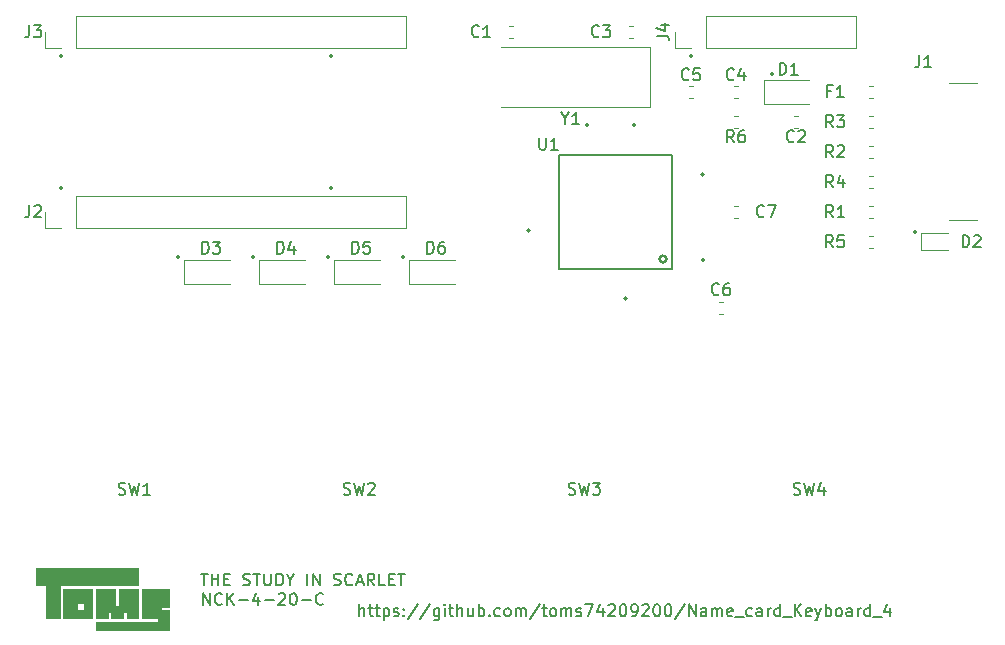
<source format=gbr>
%TF.GenerationSoftware,KiCad,Pcbnew,(5.1.6-0-10_14)*%
%TF.CreationDate,2020-06-18T21:33:12+09:00*%
%TF.ProjectId,name_card_keyboard,6e616d65-5f63-4617-9264-5f6b6579626f,rev?*%
%TF.SameCoordinates,Original*%
%TF.FileFunction,Legend,Top*%
%TF.FilePolarity,Positive*%
%FSLAX46Y46*%
G04 Gerber Fmt 4.6, Leading zero omitted, Abs format (unit mm)*
G04 Created by KiCad (PCBNEW (5.1.6-0-10_14)) date 2020-06-18 21:33:12*
%MOMM*%
%LPD*%
G01*
G04 APERTURE LIST*
%ADD10C,0.200000*%
%ADD11C,0.150000*%
%ADD12C,0.010000*%
%ADD13C,0.120000*%
%ADD14C,0.100000*%
%ADD15C,0.254000*%
%ADD16C,0.203200*%
G04 APERTURE END LIST*
D10*
X170307000Y-86106000D02*
G75*
G03*
X170307000Y-86106000I-127000J0D01*
G01*
X163449000Y-84582000D02*
G75*
G03*
X163449000Y-84582000I-127000J0D01*
G01*
X132969000Y-95758000D02*
G75*
G03*
X132969000Y-95758000I-127000J0D01*
G01*
X110109000Y-95758000D02*
G75*
G03*
X110109000Y-95758000I-127000J0D01*
G01*
X132969000Y-84582000D02*
G75*
G03*
X132969000Y-84582000I-127000J0D01*
G01*
X110109000Y-84582000D02*
G75*
G03*
X110109000Y-84582000I-127000J0D01*
G01*
X139065000Y-101600000D02*
G75*
G03*
X139065000Y-101600000I-127000J0D01*
G01*
X132715000Y-101600000D02*
G75*
G03*
X132715000Y-101600000I-127000J0D01*
G01*
X126365000Y-101600000D02*
G75*
G03*
X126365000Y-101600000I-127000J0D01*
G01*
X120015000Y-101600000D02*
G75*
G03*
X120015000Y-101600000I-127000J0D01*
G01*
X182435500Y-99504500D02*
G75*
G03*
X182435500Y-99504500I-127000J0D01*
G01*
X157924500Y-105156000D02*
G75*
G03*
X157924500Y-105156000I-127000J0D01*
G01*
X149733000Y-99377500D02*
G75*
G03*
X149733000Y-99377500I-127000J0D01*
G01*
X154686000Y-90424000D02*
G75*
G03*
X154686000Y-90424000I-127000J0D01*
G01*
X158623000Y-90424000D02*
G75*
G03*
X158623000Y-90424000I-127000J0D01*
G01*
X164465000Y-94615000D02*
G75*
G03*
X164465000Y-94615000I-127000J0D01*
G01*
D11*
X172021666Y-121689761D02*
X172164523Y-121737380D01*
X172402619Y-121737380D01*
X172497857Y-121689761D01*
X172545476Y-121642142D01*
X172593095Y-121546904D01*
X172593095Y-121451666D01*
X172545476Y-121356428D01*
X172497857Y-121308809D01*
X172402619Y-121261190D01*
X172212142Y-121213571D01*
X172116904Y-121165952D01*
X172069285Y-121118333D01*
X172021666Y-121023095D01*
X172021666Y-120927857D01*
X172069285Y-120832619D01*
X172116904Y-120785000D01*
X172212142Y-120737380D01*
X172450238Y-120737380D01*
X172593095Y-120785000D01*
X172926428Y-120737380D02*
X173164523Y-121737380D01*
X173355000Y-121023095D01*
X173545476Y-121737380D01*
X173783571Y-120737380D01*
X174593095Y-121070714D02*
X174593095Y-121737380D01*
X174355000Y-120689761D02*
X174116904Y-121404047D01*
X174735952Y-121404047D01*
X152971666Y-121689761D02*
X153114523Y-121737380D01*
X153352619Y-121737380D01*
X153447857Y-121689761D01*
X153495476Y-121642142D01*
X153543095Y-121546904D01*
X153543095Y-121451666D01*
X153495476Y-121356428D01*
X153447857Y-121308809D01*
X153352619Y-121261190D01*
X153162142Y-121213571D01*
X153066904Y-121165952D01*
X153019285Y-121118333D01*
X152971666Y-121023095D01*
X152971666Y-120927857D01*
X153019285Y-120832619D01*
X153066904Y-120785000D01*
X153162142Y-120737380D01*
X153400238Y-120737380D01*
X153543095Y-120785000D01*
X153876428Y-120737380D02*
X154114523Y-121737380D01*
X154305000Y-121023095D01*
X154495476Y-121737380D01*
X154733571Y-120737380D01*
X155019285Y-120737380D02*
X155638333Y-120737380D01*
X155305000Y-121118333D01*
X155447857Y-121118333D01*
X155543095Y-121165952D01*
X155590714Y-121213571D01*
X155638333Y-121308809D01*
X155638333Y-121546904D01*
X155590714Y-121642142D01*
X155543095Y-121689761D01*
X155447857Y-121737380D01*
X155162142Y-121737380D01*
X155066904Y-121689761D01*
X155019285Y-121642142D01*
X133921666Y-121689761D02*
X134064523Y-121737380D01*
X134302619Y-121737380D01*
X134397857Y-121689761D01*
X134445476Y-121642142D01*
X134493095Y-121546904D01*
X134493095Y-121451666D01*
X134445476Y-121356428D01*
X134397857Y-121308809D01*
X134302619Y-121261190D01*
X134112142Y-121213571D01*
X134016904Y-121165952D01*
X133969285Y-121118333D01*
X133921666Y-121023095D01*
X133921666Y-120927857D01*
X133969285Y-120832619D01*
X134016904Y-120785000D01*
X134112142Y-120737380D01*
X134350238Y-120737380D01*
X134493095Y-120785000D01*
X134826428Y-120737380D02*
X135064523Y-121737380D01*
X135255000Y-121023095D01*
X135445476Y-121737380D01*
X135683571Y-120737380D01*
X136016904Y-120832619D02*
X136064523Y-120785000D01*
X136159761Y-120737380D01*
X136397857Y-120737380D01*
X136493095Y-120785000D01*
X136540714Y-120832619D01*
X136588333Y-120927857D01*
X136588333Y-121023095D01*
X136540714Y-121165952D01*
X135969285Y-121737380D01*
X136588333Y-121737380D01*
X114871666Y-121689761D02*
X115014523Y-121737380D01*
X115252619Y-121737380D01*
X115347857Y-121689761D01*
X115395476Y-121642142D01*
X115443095Y-121546904D01*
X115443095Y-121451666D01*
X115395476Y-121356428D01*
X115347857Y-121308809D01*
X115252619Y-121261190D01*
X115062142Y-121213571D01*
X114966904Y-121165952D01*
X114919285Y-121118333D01*
X114871666Y-121023095D01*
X114871666Y-120927857D01*
X114919285Y-120832619D01*
X114966904Y-120785000D01*
X115062142Y-120737380D01*
X115300238Y-120737380D01*
X115443095Y-120785000D01*
X115776428Y-120737380D02*
X116014523Y-121737380D01*
X116205000Y-121023095D01*
X116395476Y-121737380D01*
X116633571Y-120737380D01*
X117538333Y-121737380D02*
X116966904Y-121737380D01*
X117252619Y-121737380D02*
X117252619Y-120737380D01*
X117157380Y-120880238D01*
X117062142Y-120975476D01*
X116966904Y-121023095D01*
X135257809Y-132024380D02*
X135257809Y-131024380D01*
X135686380Y-132024380D02*
X135686380Y-131500571D01*
X135638761Y-131405333D01*
X135543523Y-131357714D01*
X135400666Y-131357714D01*
X135305428Y-131405333D01*
X135257809Y-131452952D01*
X136019714Y-131357714D02*
X136400666Y-131357714D01*
X136162571Y-131024380D02*
X136162571Y-131881523D01*
X136210190Y-131976761D01*
X136305428Y-132024380D01*
X136400666Y-132024380D01*
X136591142Y-131357714D02*
X136972095Y-131357714D01*
X136734000Y-131024380D02*
X136734000Y-131881523D01*
X136781619Y-131976761D01*
X136876857Y-132024380D01*
X136972095Y-132024380D01*
X137305428Y-131357714D02*
X137305428Y-132357714D01*
X137305428Y-131405333D02*
X137400666Y-131357714D01*
X137591142Y-131357714D01*
X137686380Y-131405333D01*
X137734000Y-131452952D01*
X137781619Y-131548190D01*
X137781619Y-131833904D01*
X137734000Y-131929142D01*
X137686380Y-131976761D01*
X137591142Y-132024380D01*
X137400666Y-132024380D01*
X137305428Y-131976761D01*
X138162571Y-131976761D02*
X138257809Y-132024380D01*
X138448285Y-132024380D01*
X138543523Y-131976761D01*
X138591142Y-131881523D01*
X138591142Y-131833904D01*
X138543523Y-131738666D01*
X138448285Y-131691047D01*
X138305428Y-131691047D01*
X138210190Y-131643428D01*
X138162571Y-131548190D01*
X138162571Y-131500571D01*
X138210190Y-131405333D01*
X138305428Y-131357714D01*
X138448285Y-131357714D01*
X138543523Y-131405333D01*
X139019714Y-131929142D02*
X139067333Y-131976761D01*
X139019714Y-132024380D01*
X138972095Y-131976761D01*
X139019714Y-131929142D01*
X139019714Y-132024380D01*
X139019714Y-131405333D02*
X139067333Y-131452952D01*
X139019714Y-131500571D01*
X138972095Y-131452952D01*
X139019714Y-131405333D01*
X139019714Y-131500571D01*
X140210190Y-130976761D02*
X139353047Y-132262476D01*
X141257809Y-130976761D02*
X140400666Y-132262476D01*
X142019714Y-131357714D02*
X142019714Y-132167238D01*
X141972095Y-132262476D01*
X141924476Y-132310095D01*
X141829238Y-132357714D01*
X141686380Y-132357714D01*
X141591142Y-132310095D01*
X142019714Y-131976761D02*
X141924476Y-132024380D01*
X141734000Y-132024380D01*
X141638761Y-131976761D01*
X141591142Y-131929142D01*
X141543523Y-131833904D01*
X141543523Y-131548190D01*
X141591142Y-131452952D01*
X141638761Y-131405333D01*
X141734000Y-131357714D01*
X141924476Y-131357714D01*
X142019714Y-131405333D01*
X142495904Y-132024380D02*
X142495904Y-131357714D01*
X142495904Y-131024380D02*
X142448285Y-131072000D01*
X142495904Y-131119619D01*
X142543523Y-131072000D01*
X142495904Y-131024380D01*
X142495904Y-131119619D01*
X142829238Y-131357714D02*
X143210190Y-131357714D01*
X142972095Y-131024380D02*
X142972095Y-131881523D01*
X143019714Y-131976761D01*
X143114952Y-132024380D01*
X143210190Y-132024380D01*
X143543523Y-132024380D02*
X143543523Y-131024380D01*
X143972095Y-132024380D02*
X143972095Y-131500571D01*
X143924476Y-131405333D01*
X143829238Y-131357714D01*
X143686380Y-131357714D01*
X143591142Y-131405333D01*
X143543523Y-131452952D01*
X144876857Y-131357714D02*
X144876857Y-132024380D01*
X144448285Y-131357714D02*
X144448285Y-131881523D01*
X144495904Y-131976761D01*
X144591142Y-132024380D01*
X144734000Y-132024380D01*
X144829238Y-131976761D01*
X144876857Y-131929142D01*
X145353047Y-132024380D02*
X145353047Y-131024380D01*
X145353047Y-131405333D02*
X145448285Y-131357714D01*
X145638761Y-131357714D01*
X145734000Y-131405333D01*
X145781619Y-131452952D01*
X145829238Y-131548190D01*
X145829238Y-131833904D01*
X145781619Y-131929142D01*
X145734000Y-131976761D01*
X145638761Y-132024380D01*
X145448285Y-132024380D01*
X145353047Y-131976761D01*
X146257809Y-131929142D02*
X146305428Y-131976761D01*
X146257809Y-132024380D01*
X146210190Y-131976761D01*
X146257809Y-131929142D01*
X146257809Y-132024380D01*
X147162571Y-131976761D02*
X147067333Y-132024380D01*
X146876857Y-132024380D01*
X146781619Y-131976761D01*
X146734000Y-131929142D01*
X146686380Y-131833904D01*
X146686380Y-131548190D01*
X146734000Y-131452952D01*
X146781619Y-131405333D01*
X146876857Y-131357714D01*
X147067333Y-131357714D01*
X147162571Y-131405333D01*
X147734000Y-132024380D02*
X147638761Y-131976761D01*
X147591142Y-131929142D01*
X147543523Y-131833904D01*
X147543523Y-131548190D01*
X147591142Y-131452952D01*
X147638761Y-131405333D01*
X147734000Y-131357714D01*
X147876857Y-131357714D01*
X147972095Y-131405333D01*
X148019714Y-131452952D01*
X148067333Y-131548190D01*
X148067333Y-131833904D01*
X148019714Y-131929142D01*
X147972095Y-131976761D01*
X147876857Y-132024380D01*
X147734000Y-132024380D01*
X148495904Y-132024380D02*
X148495904Y-131357714D01*
X148495904Y-131452952D02*
X148543523Y-131405333D01*
X148638761Y-131357714D01*
X148781619Y-131357714D01*
X148876857Y-131405333D01*
X148924476Y-131500571D01*
X148924476Y-132024380D01*
X148924476Y-131500571D02*
X148972095Y-131405333D01*
X149067333Y-131357714D01*
X149210190Y-131357714D01*
X149305428Y-131405333D01*
X149353047Y-131500571D01*
X149353047Y-132024380D01*
X150543523Y-130976761D02*
X149686380Y-132262476D01*
X150734000Y-131357714D02*
X151114952Y-131357714D01*
X150876857Y-131024380D02*
X150876857Y-131881523D01*
X150924476Y-131976761D01*
X151019714Y-132024380D01*
X151114952Y-132024380D01*
X151591142Y-132024380D02*
X151495904Y-131976761D01*
X151448285Y-131929142D01*
X151400666Y-131833904D01*
X151400666Y-131548190D01*
X151448285Y-131452952D01*
X151495904Y-131405333D01*
X151591142Y-131357714D01*
X151734000Y-131357714D01*
X151829238Y-131405333D01*
X151876857Y-131452952D01*
X151924476Y-131548190D01*
X151924476Y-131833904D01*
X151876857Y-131929142D01*
X151829238Y-131976761D01*
X151734000Y-132024380D01*
X151591142Y-132024380D01*
X152353047Y-132024380D02*
X152353047Y-131357714D01*
X152353047Y-131452952D02*
X152400666Y-131405333D01*
X152495904Y-131357714D01*
X152638761Y-131357714D01*
X152734000Y-131405333D01*
X152781619Y-131500571D01*
X152781619Y-132024380D01*
X152781619Y-131500571D02*
X152829238Y-131405333D01*
X152924476Y-131357714D01*
X153067333Y-131357714D01*
X153162571Y-131405333D01*
X153210190Y-131500571D01*
X153210190Y-132024380D01*
X153638761Y-131976761D02*
X153734000Y-132024380D01*
X153924476Y-132024380D01*
X154019714Y-131976761D01*
X154067333Y-131881523D01*
X154067333Y-131833904D01*
X154019714Y-131738666D01*
X153924476Y-131691047D01*
X153781619Y-131691047D01*
X153686380Y-131643428D01*
X153638761Y-131548190D01*
X153638761Y-131500571D01*
X153686380Y-131405333D01*
X153781619Y-131357714D01*
X153924476Y-131357714D01*
X154019714Y-131405333D01*
X154400666Y-131024380D02*
X155067333Y-131024380D01*
X154638761Y-132024380D01*
X155876857Y-131357714D02*
X155876857Y-132024380D01*
X155638761Y-130976761D02*
X155400666Y-131691047D01*
X156019714Y-131691047D01*
X156353047Y-131119619D02*
X156400666Y-131072000D01*
X156495904Y-131024380D01*
X156734000Y-131024380D01*
X156829238Y-131072000D01*
X156876857Y-131119619D01*
X156924476Y-131214857D01*
X156924476Y-131310095D01*
X156876857Y-131452952D01*
X156305428Y-132024380D01*
X156924476Y-132024380D01*
X157543523Y-131024380D02*
X157638761Y-131024380D01*
X157734000Y-131072000D01*
X157781619Y-131119619D01*
X157829238Y-131214857D01*
X157876857Y-131405333D01*
X157876857Y-131643428D01*
X157829238Y-131833904D01*
X157781619Y-131929142D01*
X157734000Y-131976761D01*
X157638761Y-132024380D01*
X157543523Y-132024380D01*
X157448285Y-131976761D01*
X157400666Y-131929142D01*
X157353047Y-131833904D01*
X157305428Y-131643428D01*
X157305428Y-131405333D01*
X157353047Y-131214857D01*
X157400666Y-131119619D01*
X157448285Y-131072000D01*
X157543523Y-131024380D01*
X158353047Y-132024380D02*
X158543523Y-132024380D01*
X158638761Y-131976761D01*
X158686380Y-131929142D01*
X158781619Y-131786285D01*
X158829238Y-131595809D01*
X158829238Y-131214857D01*
X158781619Y-131119619D01*
X158734000Y-131072000D01*
X158638761Y-131024380D01*
X158448285Y-131024380D01*
X158353047Y-131072000D01*
X158305428Y-131119619D01*
X158257809Y-131214857D01*
X158257809Y-131452952D01*
X158305428Y-131548190D01*
X158353047Y-131595809D01*
X158448285Y-131643428D01*
X158638761Y-131643428D01*
X158734000Y-131595809D01*
X158781619Y-131548190D01*
X158829238Y-131452952D01*
X159210190Y-131119619D02*
X159257809Y-131072000D01*
X159353047Y-131024380D01*
X159591142Y-131024380D01*
X159686380Y-131072000D01*
X159734000Y-131119619D01*
X159781619Y-131214857D01*
X159781619Y-131310095D01*
X159734000Y-131452952D01*
X159162571Y-132024380D01*
X159781619Y-132024380D01*
X160400666Y-131024380D02*
X160495904Y-131024380D01*
X160591142Y-131072000D01*
X160638761Y-131119619D01*
X160686380Y-131214857D01*
X160734000Y-131405333D01*
X160734000Y-131643428D01*
X160686380Y-131833904D01*
X160638761Y-131929142D01*
X160591142Y-131976761D01*
X160495904Y-132024380D01*
X160400666Y-132024380D01*
X160305428Y-131976761D01*
X160257809Y-131929142D01*
X160210190Y-131833904D01*
X160162571Y-131643428D01*
X160162571Y-131405333D01*
X160210190Y-131214857D01*
X160257809Y-131119619D01*
X160305428Y-131072000D01*
X160400666Y-131024380D01*
X161353047Y-131024380D02*
X161448285Y-131024380D01*
X161543523Y-131072000D01*
X161591142Y-131119619D01*
X161638761Y-131214857D01*
X161686380Y-131405333D01*
X161686380Y-131643428D01*
X161638761Y-131833904D01*
X161591142Y-131929142D01*
X161543523Y-131976761D01*
X161448285Y-132024380D01*
X161353047Y-132024380D01*
X161257809Y-131976761D01*
X161210190Y-131929142D01*
X161162571Y-131833904D01*
X161114952Y-131643428D01*
X161114952Y-131405333D01*
X161162571Y-131214857D01*
X161210190Y-131119619D01*
X161257809Y-131072000D01*
X161353047Y-131024380D01*
X162829238Y-130976761D02*
X161972095Y-132262476D01*
X163162571Y-132024380D02*
X163162571Y-131024380D01*
X163734000Y-132024380D01*
X163734000Y-131024380D01*
X164638761Y-132024380D02*
X164638761Y-131500571D01*
X164591142Y-131405333D01*
X164495904Y-131357714D01*
X164305428Y-131357714D01*
X164210190Y-131405333D01*
X164638761Y-131976761D02*
X164543523Y-132024380D01*
X164305428Y-132024380D01*
X164210190Y-131976761D01*
X164162571Y-131881523D01*
X164162571Y-131786285D01*
X164210190Y-131691047D01*
X164305428Y-131643428D01*
X164543523Y-131643428D01*
X164638761Y-131595809D01*
X165114952Y-132024380D02*
X165114952Y-131357714D01*
X165114952Y-131452952D02*
X165162571Y-131405333D01*
X165257809Y-131357714D01*
X165400666Y-131357714D01*
X165495904Y-131405333D01*
X165543523Y-131500571D01*
X165543523Y-132024380D01*
X165543523Y-131500571D02*
X165591142Y-131405333D01*
X165686380Y-131357714D01*
X165829238Y-131357714D01*
X165924476Y-131405333D01*
X165972095Y-131500571D01*
X165972095Y-132024380D01*
X166829238Y-131976761D02*
X166734000Y-132024380D01*
X166543523Y-132024380D01*
X166448285Y-131976761D01*
X166400666Y-131881523D01*
X166400666Y-131500571D01*
X166448285Y-131405333D01*
X166543523Y-131357714D01*
X166734000Y-131357714D01*
X166829238Y-131405333D01*
X166876857Y-131500571D01*
X166876857Y-131595809D01*
X166400666Y-131691047D01*
X167067333Y-132119619D02*
X167829238Y-132119619D01*
X168495904Y-131976761D02*
X168400666Y-132024380D01*
X168210190Y-132024380D01*
X168114952Y-131976761D01*
X168067333Y-131929142D01*
X168019714Y-131833904D01*
X168019714Y-131548190D01*
X168067333Y-131452952D01*
X168114952Y-131405333D01*
X168210190Y-131357714D01*
X168400666Y-131357714D01*
X168495904Y-131405333D01*
X169353047Y-132024380D02*
X169353047Y-131500571D01*
X169305428Y-131405333D01*
X169210190Y-131357714D01*
X169019714Y-131357714D01*
X168924476Y-131405333D01*
X169353047Y-131976761D02*
X169257809Y-132024380D01*
X169019714Y-132024380D01*
X168924476Y-131976761D01*
X168876857Y-131881523D01*
X168876857Y-131786285D01*
X168924476Y-131691047D01*
X169019714Y-131643428D01*
X169257809Y-131643428D01*
X169353047Y-131595809D01*
X169829238Y-132024380D02*
X169829238Y-131357714D01*
X169829238Y-131548190D02*
X169876857Y-131452952D01*
X169924476Y-131405333D01*
X170019714Y-131357714D01*
X170114952Y-131357714D01*
X170876857Y-132024380D02*
X170876857Y-131024380D01*
X170876857Y-131976761D02*
X170781619Y-132024380D01*
X170591142Y-132024380D01*
X170495904Y-131976761D01*
X170448285Y-131929142D01*
X170400666Y-131833904D01*
X170400666Y-131548190D01*
X170448285Y-131452952D01*
X170495904Y-131405333D01*
X170591142Y-131357714D01*
X170781619Y-131357714D01*
X170876857Y-131405333D01*
X171114952Y-132119619D02*
X171876857Y-132119619D01*
X172114952Y-132024380D02*
X172114952Y-131024380D01*
X172686380Y-132024380D02*
X172257809Y-131452952D01*
X172686380Y-131024380D02*
X172114952Y-131595809D01*
X173495904Y-131976761D02*
X173400666Y-132024380D01*
X173210190Y-132024380D01*
X173114952Y-131976761D01*
X173067333Y-131881523D01*
X173067333Y-131500571D01*
X173114952Y-131405333D01*
X173210190Y-131357714D01*
X173400666Y-131357714D01*
X173495904Y-131405333D01*
X173543523Y-131500571D01*
X173543523Y-131595809D01*
X173067333Y-131691047D01*
X173876857Y-131357714D02*
X174114952Y-132024380D01*
X174353047Y-131357714D02*
X174114952Y-132024380D01*
X174019714Y-132262476D01*
X173972095Y-132310095D01*
X173876857Y-132357714D01*
X174734000Y-132024380D02*
X174734000Y-131024380D01*
X174734000Y-131405333D02*
X174829238Y-131357714D01*
X175019714Y-131357714D01*
X175114952Y-131405333D01*
X175162571Y-131452952D01*
X175210190Y-131548190D01*
X175210190Y-131833904D01*
X175162571Y-131929142D01*
X175114952Y-131976761D01*
X175019714Y-132024380D01*
X174829238Y-132024380D01*
X174734000Y-131976761D01*
X175781619Y-132024380D02*
X175686380Y-131976761D01*
X175638761Y-131929142D01*
X175591142Y-131833904D01*
X175591142Y-131548190D01*
X175638761Y-131452952D01*
X175686380Y-131405333D01*
X175781619Y-131357714D01*
X175924476Y-131357714D01*
X176019714Y-131405333D01*
X176067333Y-131452952D01*
X176114952Y-131548190D01*
X176114952Y-131833904D01*
X176067333Y-131929142D01*
X176019714Y-131976761D01*
X175924476Y-132024380D01*
X175781619Y-132024380D01*
X176972095Y-132024380D02*
X176972095Y-131500571D01*
X176924476Y-131405333D01*
X176829238Y-131357714D01*
X176638761Y-131357714D01*
X176543523Y-131405333D01*
X176972095Y-131976761D02*
X176876857Y-132024380D01*
X176638761Y-132024380D01*
X176543523Y-131976761D01*
X176495904Y-131881523D01*
X176495904Y-131786285D01*
X176543523Y-131691047D01*
X176638761Y-131643428D01*
X176876857Y-131643428D01*
X176972095Y-131595809D01*
X177448285Y-132024380D02*
X177448285Y-131357714D01*
X177448285Y-131548190D02*
X177495904Y-131452952D01*
X177543523Y-131405333D01*
X177638761Y-131357714D01*
X177734000Y-131357714D01*
X178495904Y-132024380D02*
X178495904Y-131024380D01*
X178495904Y-131976761D02*
X178400666Y-132024380D01*
X178210190Y-132024380D01*
X178114952Y-131976761D01*
X178067333Y-131929142D01*
X178019714Y-131833904D01*
X178019714Y-131548190D01*
X178067333Y-131452952D01*
X178114952Y-131405333D01*
X178210190Y-131357714D01*
X178400666Y-131357714D01*
X178495904Y-131405333D01*
X178734000Y-132119619D02*
X179495904Y-132119619D01*
X180162571Y-131357714D02*
X180162571Y-132024380D01*
X179924476Y-130976761D02*
X179686380Y-131691047D01*
X180305428Y-131691047D01*
X121858738Y-128421380D02*
X122430166Y-128421380D01*
X122144452Y-129421380D02*
X122144452Y-128421380D01*
X122763500Y-129421380D02*
X122763500Y-128421380D01*
X122763500Y-128897571D02*
X123334928Y-128897571D01*
X123334928Y-129421380D02*
X123334928Y-128421380D01*
X123811119Y-128897571D02*
X124144452Y-128897571D01*
X124287309Y-129421380D02*
X123811119Y-129421380D01*
X123811119Y-128421380D01*
X124287309Y-128421380D01*
X125430166Y-129373761D02*
X125573023Y-129421380D01*
X125811119Y-129421380D01*
X125906357Y-129373761D01*
X125953976Y-129326142D01*
X126001595Y-129230904D01*
X126001595Y-129135666D01*
X125953976Y-129040428D01*
X125906357Y-128992809D01*
X125811119Y-128945190D01*
X125620642Y-128897571D01*
X125525404Y-128849952D01*
X125477785Y-128802333D01*
X125430166Y-128707095D01*
X125430166Y-128611857D01*
X125477785Y-128516619D01*
X125525404Y-128469000D01*
X125620642Y-128421380D01*
X125858738Y-128421380D01*
X126001595Y-128469000D01*
X126287309Y-128421380D02*
X126858738Y-128421380D01*
X126573023Y-129421380D02*
X126573023Y-128421380D01*
X127192071Y-128421380D02*
X127192071Y-129230904D01*
X127239690Y-129326142D01*
X127287309Y-129373761D01*
X127382547Y-129421380D01*
X127573023Y-129421380D01*
X127668261Y-129373761D01*
X127715880Y-129326142D01*
X127763500Y-129230904D01*
X127763500Y-128421380D01*
X128239690Y-129421380D02*
X128239690Y-128421380D01*
X128477785Y-128421380D01*
X128620642Y-128469000D01*
X128715880Y-128564238D01*
X128763500Y-128659476D01*
X128811119Y-128849952D01*
X128811119Y-128992809D01*
X128763500Y-129183285D01*
X128715880Y-129278523D01*
X128620642Y-129373761D01*
X128477785Y-129421380D01*
X128239690Y-129421380D01*
X129430166Y-128945190D02*
X129430166Y-129421380D01*
X129096833Y-128421380D02*
X129430166Y-128945190D01*
X129763500Y-128421380D01*
X130858738Y-129421380D02*
X130858738Y-128421380D01*
X131334928Y-129421380D02*
X131334928Y-128421380D01*
X131906357Y-129421380D01*
X131906357Y-128421380D01*
X133096833Y-129373761D02*
X133239690Y-129421380D01*
X133477785Y-129421380D01*
X133573023Y-129373761D01*
X133620642Y-129326142D01*
X133668261Y-129230904D01*
X133668261Y-129135666D01*
X133620642Y-129040428D01*
X133573023Y-128992809D01*
X133477785Y-128945190D01*
X133287309Y-128897571D01*
X133192071Y-128849952D01*
X133144452Y-128802333D01*
X133096833Y-128707095D01*
X133096833Y-128611857D01*
X133144452Y-128516619D01*
X133192071Y-128469000D01*
X133287309Y-128421380D01*
X133525404Y-128421380D01*
X133668261Y-128469000D01*
X134668261Y-129326142D02*
X134620642Y-129373761D01*
X134477785Y-129421380D01*
X134382547Y-129421380D01*
X134239690Y-129373761D01*
X134144452Y-129278523D01*
X134096833Y-129183285D01*
X134049214Y-128992809D01*
X134049214Y-128849952D01*
X134096833Y-128659476D01*
X134144452Y-128564238D01*
X134239690Y-128469000D01*
X134382547Y-128421380D01*
X134477785Y-128421380D01*
X134620642Y-128469000D01*
X134668261Y-128516619D01*
X135049214Y-129135666D02*
X135525404Y-129135666D01*
X134953976Y-129421380D02*
X135287309Y-128421380D01*
X135620642Y-129421380D01*
X136525404Y-129421380D02*
X136192071Y-128945190D01*
X135953976Y-129421380D02*
X135953976Y-128421380D01*
X136334928Y-128421380D01*
X136430166Y-128469000D01*
X136477785Y-128516619D01*
X136525404Y-128611857D01*
X136525404Y-128754714D01*
X136477785Y-128849952D01*
X136430166Y-128897571D01*
X136334928Y-128945190D01*
X135953976Y-128945190D01*
X137430166Y-129421380D02*
X136953976Y-129421380D01*
X136953976Y-128421380D01*
X137763500Y-128897571D02*
X138096833Y-128897571D01*
X138239690Y-129421380D02*
X137763500Y-129421380D01*
X137763500Y-128421380D01*
X138239690Y-128421380D01*
X138525404Y-128421380D02*
X139096833Y-128421380D01*
X138811119Y-129421380D02*
X138811119Y-128421380D01*
X122001595Y-131071380D02*
X122001595Y-130071380D01*
X122573023Y-131071380D01*
X122573023Y-130071380D01*
X123620642Y-130976142D02*
X123573023Y-131023761D01*
X123430166Y-131071380D01*
X123334928Y-131071380D01*
X123192071Y-131023761D01*
X123096833Y-130928523D01*
X123049214Y-130833285D01*
X123001595Y-130642809D01*
X123001595Y-130499952D01*
X123049214Y-130309476D01*
X123096833Y-130214238D01*
X123192071Y-130119000D01*
X123334928Y-130071380D01*
X123430166Y-130071380D01*
X123573023Y-130119000D01*
X123620642Y-130166619D01*
X124049214Y-131071380D02*
X124049214Y-130071380D01*
X124620642Y-131071380D02*
X124192071Y-130499952D01*
X124620642Y-130071380D02*
X124049214Y-130642809D01*
X125049214Y-130690428D02*
X125811119Y-130690428D01*
X126715880Y-130404714D02*
X126715880Y-131071380D01*
X126477785Y-130023761D02*
X126239690Y-130738047D01*
X126858738Y-130738047D01*
X127239690Y-130690428D02*
X128001595Y-130690428D01*
X128430166Y-130166619D02*
X128477785Y-130119000D01*
X128573023Y-130071380D01*
X128811119Y-130071380D01*
X128906357Y-130119000D01*
X128953976Y-130166619D01*
X129001595Y-130261857D01*
X129001595Y-130357095D01*
X128953976Y-130499952D01*
X128382547Y-131071380D01*
X129001595Y-131071380D01*
X129620642Y-130071380D02*
X129715880Y-130071380D01*
X129811119Y-130119000D01*
X129858738Y-130166619D01*
X129906357Y-130261857D01*
X129953976Y-130452333D01*
X129953976Y-130690428D01*
X129906357Y-130880904D01*
X129858738Y-130976142D01*
X129811119Y-131023761D01*
X129715880Y-131071380D01*
X129620642Y-131071380D01*
X129525404Y-131023761D01*
X129477785Y-130976142D01*
X129430166Y-130880904D01*
X129382547Y-130690428D01*
X129382547Y-130452333D01*
X129430166Y-130261857D01*
X129477785Y-130166619D01*
X129525404Y-130119000D01*
X129620642Y-130071380D01*
X130382547Y-130690428D02*
X131144452Y-130690428D01*
X132192071Y-130976142D02*
X132144452Y-131023761D01*
X132001595Y-131071380D01*
X131906357Y-131071380D01*
X131763500Y-131023761D01*
X131668261Y-130928523D01*
X131620642Y-130833285D01*
X131573023Y-130642809D01*
X131573023Y-130499952D01*
X131620642Y-130309476D01*
X131668261Y-130214238D01*
X131763500Y-130119000D01*
X131906357Y-130071380D01*
X132001595Y-130071380D01*
X132144452Y-130119000D01*
X132192071Y-130166619D01*
D10*
X164465000Y-101854000D02*
G75*
G03*
X164465000Y-101854000I-127000J0D01*
G01*
D12*
%TO.C,G\u002A\u002A\u002A*%
G36*
X114595031Y-131204677D02*
G01*
X114919370Y-131204677D01*
X114919370Y-129743200D01*
X116548877Y-129743200D01*
X116548877Y-132177693D01*
X115570000Y-132177693D01*
X115570000Y-131695093D01*
X115245662Y-131695093D01*
X115245662Y-132177693D01*
X114268739Y-132177693D01*
X114268739Y-131695093D01*
X113944400Y-131695093D01*
X113944400Y-132177693D01*
X112969431Y-132177693D01*
X112969431Y-129743200D01*
X114595031Y-129743200D01*
X114595031Y-131204677D01*
G37*
X114595031Y-131204677D02*
X114919370Y-131204677D01*
X114919370Y-129743200D01*
X116548877Y-129743200D01*
X116548877Y-132177693D01*
X115570000Y-132177693D01*
X115570000Y-131695093D01*
X115245662Y-131695093D01*
X115245662Y-132177693D01*
X114268739Y-132177693D01*
X114268739Y-131695093D01*
X113944400Y-131695093D01*
X113944400Y-132177693D01*
X112969431Y-132177693D01*
X112969431Y-129743200D01*
X114595031Y-129743200D01*
X114595031Y-131204677D01*
G36*
X112645093Y-132177693D02*
G01*
X110202785Y-132177693D01*
X110202785Y-130880339D01*
X111337970Y-130880339D01*
X111337970Y-131530970D01*
X111988600Y-131530970D01*
X111988600Y-130880339D01*
X111337970Y-130880339D01*
X110202785Y-130880339D01*
X110202785Y-129743200D01*
X112645093Y-129743200D01*
X112645093Y-132177693D01*
G37*
X112645093Y-132177693D02*
X110202785Y-132177693D01*
X110202785Y-130880339D01*
X111337970Y-130880339D01*
X111337970Y-131530970D01*
X111988600Y-131530970D01*
X111988600Y-130880339D01*
X111337970Y-130880339D01*
X110202785Y-130880339D01*
X110202785Y-129743200D01*
X112645093Y-129743200D01*
X112645093Y-132177693D01*
G36*
X116548877Y-129418862D02*
G01*
X109876493Y-129418862D01*
X109876493Y-132177693D01*
X108737400Y-132177693D01*
X108737400Y-129418862D01*
X107922647Y-129418862D01*
X107922647Y-127953477D01*
X116548877Y-127953477D01*
X116548877Y-129418862D01*
G37*
X116548877Y-129418862D02*
X109876493Y-129418862D01*
X109876493Y-132177693D01*
X108737400Y-132177693D01*
X108737400Y-129418862D01*
X107922647Y-129418862D01*
X107922647Y-127953477D01*
X116548877Y-127953477D01*
X116548877Y-129418862D01*
G36*
X119153354Y-131206631D02*
G01*
X118502723Y-131206631D01*
X118502723Y-131530970D01*
X119153354Y-131530970D01*
X119153354Y-133160477D01*
X112965523Y-133160477D01*
X112965523Y-132507893D01*
X118176431Y-132507893D01*
X118176431Y-132183554D01*
X116873216Y-132183554D01*
X116873216Y-129739293D01*
X119153354Y-129739293D01*
X119153354Y-131206631D01*
G37*
X119153354Y-131206631D02*
X118502723Y-131206631D01*
X118502723Y-131530970D01*
X119153354Y-131530970D01*
X119153354Y-133160477D01*
X112965523Y-133160477D01*
X112965523Y-132507893D01*
X118176431Y-132507893D01*
X118176431Y-132183554D01*
X116873216Y-132183554D01*
X116873216Y-129739293D01*
X119153354Y-129739293D01*
X119153354Y-131206631D01*
D13*
%TO.C,J3*%
X108652000Y-83880000D02*
X108652000Y-82550000D01*
X109982000Y-83880000D02*
X108652000Y-83880000D01*
X111252000Y-83880000D02*
X111252000Y-81220000D01*
X111252000Y-81220000D02*
X139252000Y-81220000D01*
X111252000Y-83880000D02*
X139252000Y-83880000D01*
X139252000Y-83880000D02*
X139252000Y-81220000D01*
D14*
%TO.C,J1*%
X185177000Y-86910000D02*
X187577000Y-86910000D01*
X185177000Y-98510000D02*
X187577000Y-98510000D01*
D13*
%TO.C,R4*%
X178399221Y-95760000D02*
X178724779Y-95760000D01*
X178399221Y-94740000D02*
X178724779Y-94740000D01*
%TO.C,R2*%
X178399221Y-93220000D02*
X178724779Y-93220000D01*
X178399221Y-92200000D02*
X178724779Y-92200000D01*
D15*
%TO.C,U1*%
X161254700Y-101790000D02*
G75*
G03*
X161254700Y-101790000I-282700J0D01*
G01*
D16*
X161772000Y-92990000D02*
X161772000Y-102590000D01*
X152172000Y-92990000D02*
X161772000Y-92990000D01*
X152172000Y-102590000D02*
X152172000Y-92990000D01*
X161772000Y-102590000D02*
X152172000Y-102590000D01*
D13*
%TO.C,C1*%
X147919221Y-83060000D02*
X148244779Y-83060000D01*
X147919221Y-82040000D02*
X148244779Y-82040000D01*
%TO.C,C2*%
X172049221Y-90680000D02*
X172374779Y-90680000D01*
X172049221Y-89660000D02*
X172374779Y-89660000D01*
%TO.C,C3*%
X158079221Y-83060000D02*
X158404779Y-83060000D01*
X158079221Y-82040000D02*
X158404779Y-82040000D01*
%TO.C,C4*%
X166969221Y-88140000D02*
X167294779Y-88140000D01*
X166969221Y-87120000D02*
X167294779Y-87120000D01*
%TO.C,C5*%
X163159221Y-88140000D02*
X163484779Y-88140000D01*
X163159221Y-87120000D02*
X163484779Y-87120000D01*
%TO.C,C6*%
X165699221Y-106428000D02*
X166024779Y-106428000D01*
X165699221Y-105408000D02*
X166024779Y-105408000D01*
%TO.C,C7*%
X166969221Y-98300000D02*
X167294779Y-98300000D01*
X166969221Y-97280000D02*
X167294779Y-97280000D01*
%TO.C,D1*%
X169504000Y-86630000D02*
X173354000Y-86630000D01*
X169504000Y-88630000D02*
X173354000Y-88630000D01*
X169504000Y-86630000D02*
X169504000Y-88630000D01*
%TO.C,D2*%
X185077000Y-99595000D02*
X182792000Y-99595000D01*
X182792000Y-99595000D02*
X182792000Y-101065000D01*
X182792000Y-101065000D02*
X185077000Y-101065000D01*
%TO.C,D3*%
X120432000Y-101870000D02*
X124332000Y-101870000D01*
X120432000Y-103870000D02*
X124332000Y-103870000D01*
X120432000Y-101870000D02*
X120432000Y-103870000D01*
%TO.C,D4*%
X126782000Y-101870000D02*
X130682000Y-101870000D01*
X126782000Y-103870000D02*
X130682000Y-103870000D01*
X126782000Y-101870000D02*
X126782000Y-103870000D01*
%TO.C,D5*%
X133132000Y-101870000D02*
X137032000Y-101870000D01*
X133132000Y-103870000D02*
X137032000Y-103870000D01*
X133132000Y-101870000D02*
X133132000Y-103870000D01*
%TO.C,D6*%
X139482000Y-101870000D02*
X143382000Y-101870000D01*
X139482000Y-103870000D02*
X143382000Y-103870000D01*
X139482000Y-101870000D02*
X139482000Y-103870000D01*
%TO.C,F1*%
X178399221Y-88140000D02*
X178724779Y-88140000D01*
X178399221Y-87120000D02*
X178724779Y-87120000D01*
%TO.C,J2*%
X108652000Y-99120000D02*
X108652000Y-97790000D01*
X109982000Y-99120000D02*
X108652000Y-99120000D01*
X111252000Y-99120000D02*
X111252000Y-96460000D01*
X111252000Y-96460000D02*
X139252000Y-96460000D01*
X111252000Y-99120000D02*
X139252000Y-99120000D01*
X139252000Y-99120000D02*
X139252000Y-96460000D01*
%TO.C,J4*%
X161992000Y-83880000D02*
X161992000Y-82550000D01*
X163322000Y-83880000D02*
X161992000Y-83880000D01*
X164592000Y-83880000D02*
X164592000Y-81220000D01*
X164592000Y-81220000D02*
X177352000Y-81220000D01*
X164592000Y-83880000D02*
X177352000Y-83880000D01*
X177352000Y-83880000D02*
X177352000Y-81220000D01*
%TO.C,R1*%
X178399221Y-98300000D02*
X178724779Y-98300000D01*
X178399221Y-97280000D02*
X178724779Y-97280000D01*
%TO.C,R3*%
X178399221Y-90680000D02*
X178724779Y-90680000D01*
X178399221Y-89660000D02*
X178724779Y-89660000D01*
%TO.C,R5*%
X178399221Y-100840000D02*
X178724779Y-100840000D01*
X178399221Y-99820000D02*
X178724779Y-99820000D01*
%TO.C,R6*%
X166969221Y-90680000D02*
X167294779Y-90680000D01*
X166969221Y-89660000D02*
X167294779Y-89660000D01*
%TO.C,Y1*%
X159862000Y-83810000D02*
X147262000Y-83810000D01*
X159862000Y-88910000D02*
X159862000Y-83810000D01*
X147262000Y-88910000D02*
X159862000Y-88910000D01*
%TO.C,J3*%
D11*
X107318666Y-82002380D02*
X107318666Y-82716666D01*
X107271047Y-82859523D01*
X107175809Y-82954761D01*
X107032952Y-83002380D01*
X106937714Y-83002380D01*
X107699619Y-82002380D02*
X108318666Y-82002380D01*
X107985333Y-82383333D01*
X108128190Y-82383333D01*
X108223428Y-82430952D01*
X108271047Y-82478571D01*
X108318666Y-82573809D01*
X108318666Y-82811904D01*
X108271047Y-82907142D01*
X108223428Y-82954761D01*
X108128190Y-83002380D01*
X107842476Y-83002380D01*
X107747238Y-82954761D01*
X107699619Y-82907142D01*
%TO.C,J1*%
X182673666Y-84542380D02*
X182673666Y-85256666D01*
X182626047Y-85399523D01*
X182530809Y-85494761D01*
X182387952Y-85542380D01*
X182292714Y-85542380D01*
X183673666Y-85542380D02*
X183102238Y-85542380D01*
X183387952Y-85542380D02*
X183387952Y-84542380D01*
X183292714Y-84685238D01*
X183197476Y-84780476D01*
X183102238Y-84828095D01*
%TO.C,R4*%
X175372833Y-95702380D02*
X175039500Y-95226190D01*
X174801404Y-95702380D02*
X174801404Y-94702380D01*
X175182357Y-94702380D01*
X175277595Y-94750000D01*
X175325214Y-94797619D01*
X175372833Y-94892857D01*
X175372833Y-95035714D01*
X175325214Y-95130952D01*
X175277595Y-95178571D01*
X175182357Y-95226190D01*
X174801404Y-95226190D01*
X176229976Y-95035714D02*
X176229976Y-95702380D01*
X175991880Y-94654761D02*
X175753785Y-95369047D01*
X176372833Y-95369047D01*
%TO.C,R2*%
X175372833Y-93162380D02*
X175039500Y-92686190D01*
X174801404Y-93162380D02*
X174801404Y-92162380D01*
X175182357Y-92162380D01*
X175277595Y-92210000D01*
X175325214Y-92257619D01*
X175372833Y-92352857D01*
X175372833Y-92495714D01*
X175325214Y-92590952D01*
X175277595Y-92638571D01*
X175182357Y-92686190D01*
X174801404Y-92686190D01*
X175753785Y-92257619D02*
X175801404Y-92210000D01*
X175896642Y-92162380D01*
X176134738Y-92162380D01*
X176229976Y-92210000D01*
X176277595Y-92257619D01*
X176325214Y-92352857D01*
X176325214Y-92448095D01*
X176277595Y-92590952D01*
X175706166Y-93162380D01*
X176325214Y-93162380D01*
%TO.C,U1*%
X150495095Y-91527380D02*
X150495095Y-92336904D01*
X150542714Y-92432142D01*
X150590333Y-92479761D01*
X150685571Y-92527380D01*
X150876047Y-92527380D01*
X150971285Y-92479761D01*
X151018904Y-92432142D01*
X151066523Y-92336904D01*
X151066523Y-91527380D01*
X152066523Y-92527380D02*
X151495095Y-92527380D01*
X151780809Y-92527380D02*
X151780809Y-91527380D01*
X151685571Y-91670238D01*
X151590333Y-91765476D01*
X151495095Y-91813095D01*
%TO.C,C1*%
X145375333Y-82907142D02*
X145327714Y-82954761D01*
X145184857Y-83002380D01*
X145089619Y-83002380D01*
X144946761Y-82954761D01*
X144851523Y-82859523D01*
X144803904Y-82764285D01*
X144756285Y-82573809D01*
X144756285Y-82430952D01*
X144803904Y-82240476D01*
X144851523Y-82145238D01*
X144946761Y-82050000D01*
X145089619Y-82002380D01*
X145184857Y-82002380D01*
X145327714Y-82050000D01*
X145375333Y-82097619D01*
X146327714Y-83002380D02*
X145756285Y-83002380D01*
X146042000Y-83002380D02*
X146042000Y-82002380D01*
X145946761Y-82145238D01*
X145851523Y-82240476D01*
X145756285Y-82288095D01*
%TO.C,C2*%
X172045333Y-91797142D02*
X171997714Y-91844761D01*
X171854857Y-91892380D01*
X171759619Y-91892380D01*
X171616761Y-91844761D01*
X171521523Y-91749523D01*
X171473904Y-91654285D01*
X171426285Y-91463809D01*
X171426285Y-91320952D01*
X171473904Y-91130476D01*
X171521523Y-91035238D01*
X171616761Y-90940000D01*
X171759619Y-90892380D01*
X171854857Y-90892380D01*
X171997714Y-90940000D01*
X172045333Y-90987619D01*
X172426285Y-90987619D02*
X172473904Y-90940000D01*
X172569142Y-90892380D01*
X172807238Y-90892380D01*
X172902476Y-90940000D01*
X172950095Y-90987619D01*
X172997714Y-91082857D01*
X172997714Y-91178095D01*
X172950095Y-91320952D01*
X172378666Y-91892380D01*
X172997714Y-91892380D01*
%TO.C,C3*%
X155535333Y-82907142D02*
X155487714Y-82954761D01*
X155344857Y-83002380D01*
X155249619Y-83002380D01*
X155106761Y-82954761D01*
X155011523Y-82859523D01*
X154963904Y-82764285D01*
X154916285Y-82573809D01*
X154916285Y-82430952D01*
X154963904Y-82240476D01*
X155011523Y-82145238D01*
X155106761Y-82050000D01*
X155249619Y-82002380D01*
X155344857Y-82002380D01*
X155487714Y-82050000D01*
X155535333Y-82097619D01*
X155868666Y-82002380D02*
X156487714Y-82002380D01*
X156154380Y-82383333D01*
X156297238Y-82383333D01*
X156392476Y-82430952D01*
X156440095Y-82478571D01*
X156487714Y-82573809D01*
X156487714Y-82811904D01*
X156440095Y-82907142D01*
X156392476Y-82954761D01*
X156297238Y-83002380D01*
X156011523Y-83002380D01*
X155916285Y-82954761D01*
X155868666Y-82907142D01*
%TO.C,C4*%
X166965333Y-86557142D02*
X166917714Y-86604761D01*
X166774857Y-86652380D01*
X166679619Y-86652380D01*
X166536761Y-86604761D01*
X166441523Y-86509523D01*
X166393904Y-86414285D01*
X166346285Y-86223809D01*
X166346285Y-86080952D01*
X166393904Y-85890476D01*
X166441523Y-85795238D01*
X166536761Y-85700000D01*
X166679619Y-85652380D01*
X166774857Y-85652380D01*
X166917714Y-85700000D01*
X166965333Y-85747619D01*
X167822476Y-85985714D02*
X167822476Y-86652380D01*
X167584380Y-85604761D02*
X167346285Y-86319047D01*
X167965333Y-86319047D01*
%TO.C,C5*%
X163155333Y-86557142D02*
X163107714Y-86604761D01*
X162964857Y-86652380D01*
X162869619Y-86652380D01*
X162726761Y-86604761D01*
X162631523Y-86509523D01*
X162583904Y-86414285D01*
X162536285Y-86223809D01*
X162536285Y-86080952D01*
X162583904Y-85890476D01*
X162631523Y-85795238D01*
X162726761Y-85700000D01*
X162869619Y-85652380D01*
X162964857Y-85652380D01*
X163107714Y-85700000D01*
X163155333Y-85747619D01*
X164060095Y-85652380D02*
X163583904Y-85652380D01*
X163536285Y-86128571D01*
X163583904Y-86080952D01*
X163679142Y-86033333D01*
X163917238Y-86033333D01*
X164012476Y-86080952D01*
X164060095Y-86128571D01*
X164107714Y-86223809D01*
X164107714Y-86461904D01*
X164060095Y-86557142D01*
X164012476Y-86604761D01*
X163917238Y-86652380D01*
X163679142Y-86652380D01*
X163583904Y-86604761D01*
X163536285Y-86557142D01*
%TO.C,C6*%
X165695333Y-104751142D02*
X165647714Y-104798761D01*
X165504857Y-104846380D01*
X165409619Y-104846380D01*
X165266761Y-104798761D01*
X165171523Y-104703523D01*
X165123904Y-104608285D01*
X165076285Y-104417809D01*
X165076285Y-104274952D01*
X165123904Y-104084476D01*
X165171523Y-103989238D01*
X165266761Y-103894000D01*
X165409619Y-103846380D01*
X165504857Y-103846380D01*
X165647714Y-103894000D01*
X165695333Y-103941619D01*
X166552476Y-103846380D02*
X166362000Y-103846380D01*
X166266761Y-103894000D01*
X166219142Y-103941619D01*
X166123904Y-104084476D01*
X166076285Y-104274952D01*
X166076285Y-104655904D01*
X166123904Y-104751142D01*
X166171523Y-104798761D01*
X166266761Y-104846380D01*
X166457238Y-104846380D01*
X166552476Y-104798761D01*
X166600095Y-104751142D01*
X166647714Y-104655904D01*
X166647714Y-104417809D01*
X166600095Y-104322571D01*
X166552476Y-104274952D01*
X166457238Y-104227333D01*
X166266761Y-104227333D01*
X166171523Y-104274952D01*
X166123904Y-104322571D01*
X166076285Y-104417809D01*
%TO.C,C7*%
X169505333Y-98147142D02*
X169457714Y-98194761D01*
X169314857Y-98242380D01*
X169219619Y-98242380D01*
X169076761Y-98194761D01*
X168981523Y-98099523D01*
X168933904Y-98004285D01*
X168886285Y-97813809D01*
X168886285Y-97670952D01*
X168933904Y-97480476D01*
X168981523Y-97385238D01*
X169076761Y-97290000D01*
X169219619Y-97242380D01*
X169314857Y-97242380D01*
X169457714Y-97290000D01*
X169505333Y-97337619D01*
X169838666Y-97242380D02*
X170505333Y-97242380D01*
X170076761Y-98242380D01*
%TO.C,D1*%
X170838904Y-86177380D02*
X170838904Y-85177380D01*
X171077000Y-85177380D01*
X171219857Y-85225000D01*
X171315095Y-85320238D01*
X171362714Y-85415476D01*
X171410333Y-85605952D01*
X171410333Y-85748809D01*
X171362714Y-85939285D01*
X171315095Y-86034523D01*
X171219857Y-86129761D01*
X171077000Y-86177380D01*
X170838904Y-86177380D01*
X172362714Y-86177380D02*
X171791285Y-86177380D01*
X172077000Y-86177380D02*
X172077000Y-85177380D01*
X171981761Y-85320238D01*
X171886523Y-85415476D01*
X171791285Y-85463095D01*
%TO.C,D2*%
X186332904Y-100782380D02*
X186332904Y-99782380D01*
X186571000Y-99782380D01*
X186713857Y-99830000D01*
X186809095Y-99925238D01*
X186856714Y-100020476D01*
X186904333Y-100210952D01*
X186904333Y-100353809D01*
X186856714Y-100544285D01*
X186809095Y-100639523D01*
X186713857Y-100734761D01*
X186571000Y-100782380D01*
X186332904Y-100782380D01*
X187285285Y-99877619D02*
X187332904Y-99830000D01*
X187428142Y-99782380D01*
X187666238Y-99782380D01*
X187761476Y-99830000D01*
X187809095Y-99877619D01*
X187856714Y-99972857D01*
X187856714Y-100068095D01*
X187809095Y-100210952D01*
X187237666Y-100782380D01*
X187856714Y-100782380D01*
%TO.C,D3*%
X121943904Y-101322380D02*
X121943904Y-100322380D01*
X122182000Y-100322380D01*
X122324857Y-100370000D01*
X122420095Y-100465238D01*
X122467714Y-100560476D01*
X122515333Y-100750952D01*
X122515333Y-100893809D01*
X122467714Y-101084285D01*
X122420095Y-101179523D01*
X122324857Y-101274761D01*
X122182000Y-101322380D01*
X121943904Y-101322380D01*
X122848666Y-100322380D02*
X123467714Y-100322380D01*
X123134380Y-100703333D01*
X123277238Y-100703333D01*
X123372476Y-100750952D01*
X123420095Y-100798571D01*
X123467714Y-100893809D01*
X123467714Y-101131904D01*
X123420095Y-101227142D01*
X123372476Y-101274761D01*
X123277238Y-101322380D01*
X122991523Y-101322380D01*
X122896285Y-101274761D01*
X122848666Y-101227142D01*
%TO.C,D4*%
X128293904Y-101322380D02*
X128293904Y-100322380D01*
X128532000Y-100322380D01*
X128674857Y-100370000D01*
X128770095Y-100465238D01*
X128817714Y-100560476D01*
X128865333Y-100750952D01*
X128865333Y-100893809D01*
X128817714Y-101084285D01*
X128770095Y-101179523D01*
X128674857Y-101274761D01*
X128532000Y-101322380D01*
X128293904Y-101322380D01*
X129722476Y-100655714D02*
X129722476Y-101322380D01*
X129484380Y-100274761D02*
X129246285Y-100989047D01*
X129865333Y-100989047D01*
%TO.C,D5*%
X134643904Y-101322380D02*
X134643904Y-100322380D01*
X134882000Y-100322380D01*
X135024857Y-100370000D01*
X135120095Y-100465238D01*
X135167714Y-100560476D01*
X135215333Y-100750952D01*
X135215333Y-100893809D01*
X135167714Y-101084285D01*
X135120095Y-101179523D01*
X135024857Y-101274761D01*
X134882000Y-101322380D01*
X134643904Y-101322380D01*
X136120095Y-100322380D02*
X135643904Y-100322380D01*
X135596285Y-100798571D01*
X135643904Y-100750952D01*
X135739142Y-100703333D01*
X135977238Y-100703333D01*
X136072476Y-100750952D01*
X136120095Y-100798571D01*
X136167714Y-100893809D01*
X136167714Y-101131904D01*
X136120095Y-101227142D01*
X136072476Y-101274761D01*
X135977238Y-101322380D01*
X135739142Y-101322380D01*
X135643904Y-101274761D01*
X135596285Y-101227142D01*
%TO.C,D6*%
X140993904Y-101322380D02*
X140993904Y-100322380D01*
X141232000Y-100322380D01*
X141374857Y-100370000D01*
X141470095Y-100465238D01*
X141517714Y-100560476D01*
X141565333Y-100750952D01*
X141565333Y-100893809D01*
X141517714Y-101084285D01*
X141470095Y-101179523D01*
X141374857Y-101274761D01*
X141232000Y-101322380D01*
X140993904Y-101322380D01*
X142422476Y-100322380D02*
X142232000Y-100322380D01*
X142136761Y-100370000D01*
X142089142Y-100417619D01*
X141993904Y-100560476D01*
X141946285Y-100750952D01*
X141946285Y-101131904D01*
X141993904Y-101227142D01*
X142041523Y-101274761D01*
X142136761Y-101322380D01*
X142327238Y-101322380D01*
X142422476Y-101274761D01*
X142470095Y-101227142D01*
X142517714Y-101131904D01*
X142517714Y-100893809D01*
X142470095Y-100798571D01*
X142422476Y-100750952D01*
X142327238Y-100703333D01*
X142136761Y-100703333D01*
X142041523Y-100750952D01*
X141993904Y-100798571D01*
X141946285Y-100893809D01*
%TO.C,F1*%
X175206166Y-87558571D02*
X174872833Y-87558571D01*
X174872833Y-88082380D02*
X174872833Y-87082380D01*
X175349023Y-87082380D01*
X176253785Y-88082380D02*
X175682357Y-88082380D01*
X175968071Y-88082380D02*
X175968071Y-87082380D01*
X175872833Y-87225238D01*
X175777595Y-87320476D01*
X175682357Y-87368095D01*
%TO.C,J2*%
X107318666Y-97242380D02*
X107318666Y-97956666D01*
X107271047Y-98099523D01*
X107175809Y-98194761D01*
X107032952Y-98242380D01*
X106937714Y-98242380D01*
X107747238Y-97337619D02*
X107794857Y-97290000D01*
X107890095Y-97242380D01*
X108128190Y-97242380D01*
X108223428Y-97290000D01*
X108271047Y-97337619D01*
X108318666Y-97432857D01*
X108318666Y-97528095D01*
X108271047Y-97670952D01*
X107699619Y-98242380D01*
X108318666Y-98242380D01*
%TO.C,J4*%
X160444380Y-82883333D02*
X161158666Y-82883333D01*
X161301523Y-82930952D01*
X161396761Y-83026190D01*
X161444380Y-83169047D01*
X161444380Y-83264285D01*
X160777714Y-81978571D02*
X161444380Y-81978571D01*
X160396761Y-82216666D02*
X161111047Y-82454761D01*
X161111047Y-81835714D01*
%TO.C,R1*%
X175372833Y-98242380D02*
X175039500Y-97766190D01*
X174801404Y-98242380D02*
X174801404Y-97242380D01*
X175182357Y-97242380D01*
X175277595Y-97290000D01*
X175325214Y-97337619D01*
X175372833Y-97432857D01*
X175372833Y-97575714D01*
X175325214Y-97670952D01*
X175277595Y-97718571D01*
X175182357Y-97766190D01*
X174801404Y-97766190D01*
X176325214Y-98242380D02*
X175753785Y-98242380D01*
X176039500Y-98242380D02*
X176039500Y-97242380D01*
X175944261Y-97385238D01*
X175849023Y-97480476D01*
X175753785Y-97528095D01*
%TO.C,R3*%
X175372833Y-90622380D02*
X175039500Y-90146190D01*
X174801404Y-90622380D02*
X174801404Y-89622380D01*
X175182357Y-89622380D01*
X175277595Y-89670000D01*
X175325214Y-89717619D01*
X175372833Y-89812857D01*
X175372833Y-89955714D01*
X175325214Y-90050952D01*
X175277595Y-90098571D01*
X175182357Y-90146190D01*
X174801404Y-90146190D01*
X175706166Y-89622380D02*
X176325214Y-89622380D01*
X175991880Y-90003333D01*
X176134738Y-90003333D01*
X176229976Y-90050952D01*
X176277595Y-90098571D01*
X176325214Y-90193809D01*
X176325214Y-90431904D01*
X176277595Y-90527142D01*
X176229976Y-90574761D01*
X176134738Y-90622380D01*
X175849023Y-90622380D01*
X175753785Y-90574761D01*
X175706166Y-90527142D01*
%TO.C,R5*%
X175347333Y-100782380D02*
X175014000Y-100306190D01*
X174775904Y-100782380D02*
X174775904Y-99782380D01*
X175156857Y-99782380D01*
X175252095Y-99830000D01*
X175299714Y-99877619D01*
X175347333Y-99972857D01*
X175347333Y-100115714D01*
X175299714Y-100210952D01*
X175252095Y-100258571D01*
X175156857Y-100306190D01*
X174775904Y-100306190D01*
X176252095Y-99782380D02*
X175775904Y-99782380D01*
X175728285Y-100258571D01*
X175775904Y-100210952D01*
X175871142Y-100163333D01*
X176109238Y-100163333D01*
X176204476Y-100210952D01*
X176252095Y-100258571D01*
X176299714Y-100353809D01*
X176299714Y-100591904D01*
X176252095Y-100687142D01*
X176204476Y-100734761D01*
X176109238Y-100782380D01*
X175871142Y-100782380D01*
X175775904Y-100734761D01*
X175728285Y-100687142D01*
%TO.C,R6*%
X166965333Y-91892380D02*
X166632000Y-91416190D01*
X166393904Y-91892380D02*
X166393904Y-90892380D01*
X166774857Y-90892380D01*
X166870095Y-90940000D01*
X166917714Y-90987619D01*
X166965333Y-91082857D01*
X166965333Y-91225714D01*
X166917714Y-91320952D01*
X166870095Y-91368571D01*
X166774857Y-91416190D01*
X166393904Y-91416190D01*
X167822476Y-90892380D02*
X167632000Y-90892380D01*
X167536761Y-90940000D01*
X167489142Y-90987619D01*
X167393904Y-91130476D01*
X167346285Y-91320952D01*
X167346285Y-91701904D01*
X167393904Y-91797142D01*
X167441523Y-91844761D01*
X167536761Y-91892380D01*
X167727238Y-91892380D01*
X167822476Y-91844761D01*
X167870095Y-91797142D01*
X167917714Y-91701904D01*
X167917714Y-91463809D01*
X167870095Y-91368571D01*
X167822476Y-91320952D01*
X167727238Y-91273333D01*
X167536761Y-91273333D01*
X167441523Y-91320952D01*
X167393904Y-91368571D01*
X167346285Y-91463809D01*
%TO.C,Y1*%
X152685809Y-89886190D02*
X152685809Y-90362380D01*
X152352476Y-89362380D02*
X152685809Y-89886190D01*
X153019142Y-89362380D01*
X153876285Y-90362380D02*
X153304857Y-90362380D01*
X153590571Y-90362380D02*
X153590571Y-89362380D01*
X153495333Y-89505238D01*
X153400095Y-89600476D01*
X153304857Y-89648095D01*
%TD*%
M02*

</source>
